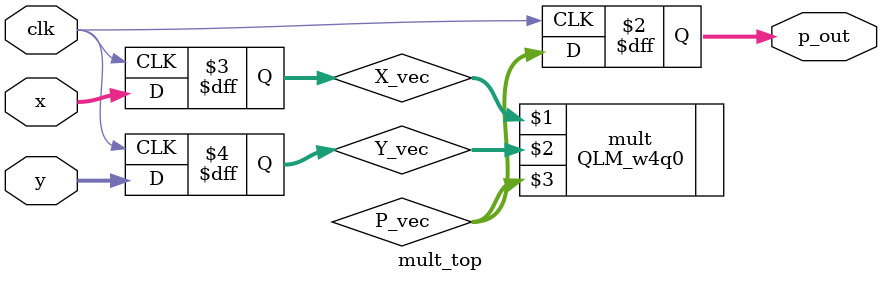
<source format=v>


module mult_top(
    // Clock and reset
    input clk,
    // Input X has a form x_i%d where %d denotes the bit number
    input  [15:0] x,
    // Input Y has a form y_i%d where %d denotes the bit number
    input  [15:0] y,
    // Output P has a form p_out%d where %d denotes the bit number
    output reg [31:0] p_out
    );

    
    // Now we have X_vec and Y_vec signal 
    // Then we do processing with these signals and store the 
    // intermidiate result in P_vec
    // For example purposes X_vec and Y_vec are concanated and stored in P_vec
    wire [31:0] P_vec;
    reg [15:0] X_vec;
    reg [15:0] Y_vec;
    
    QLM_w4q0 mult(X_vec,Y_vec,P_vec); 

 
    always @(posedge clk) 
    begin
        p_out = P_vec;
        X_vec = x;
        Y_vec = y;
    end

endmodule 


</source>
